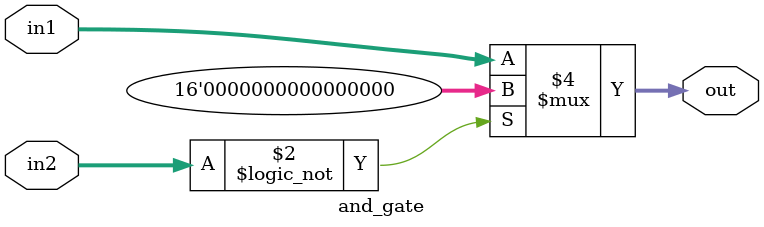
<source format=v>
module and_gate(input [15:0]in1,
		input [3 :0]in2,
		output reg[15:0]out
			
		);

always @(in1,in2) begin
	if(in2 == 0)
		out <= 0;
	else
		out <= in1;
end
endmodule
</source>
